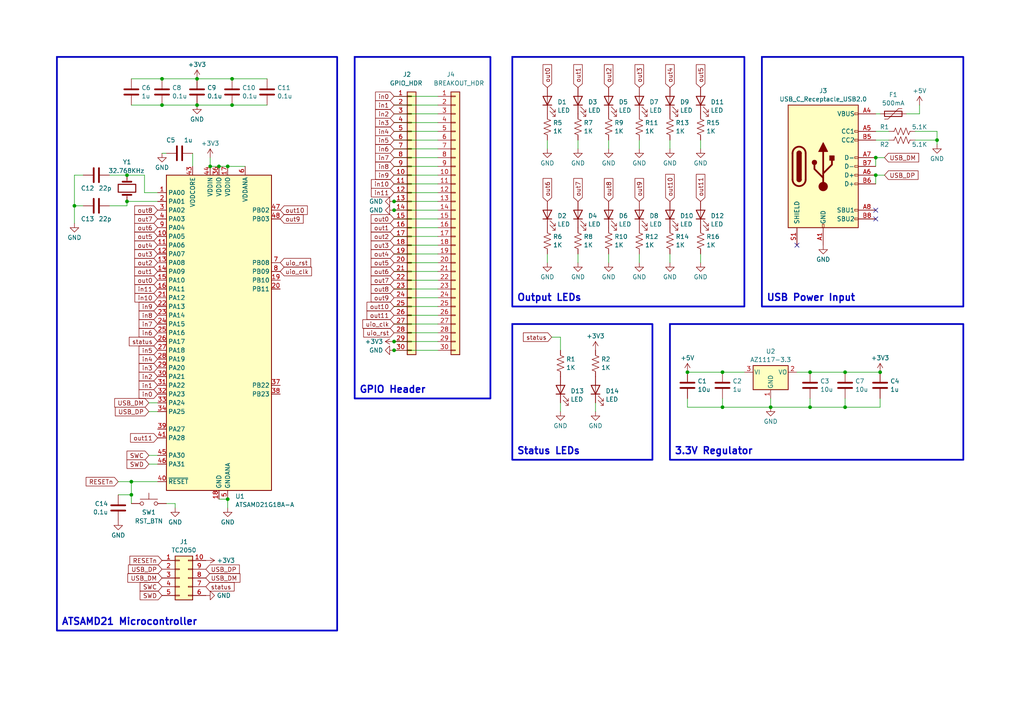
<source format=kicad_sch>
(kicad_sch (version 20230121) (generator eeschema)
  (paper "A4")
  (junction (at 209.55 118.11))
  (junction (at 57.15 30.48))
  (junction (at 255.27 107.95))
  (junction (at 36.83 58.42))
  (junction (at 114.3 101.6))
  (junction (at 223.52 118.11))
  (junction (at 38.1 143.51))
  (junction (at 46.99 30.48))
  (junction (at 67.31 30.48))
  (junction (at 66.04 144.78))
  (junction (at 199.39 107.95))
  (junction (at 209.55 107.95))
  (junction (at 36.83 50.8))
  (junction (at 234.95 107.95))
  (junction (at 66.04 48.26))
  (junction (at 114.3 60.96))
  (junction (at 46.99 22.86))
  (junction (at 57.15 22.86))
  (junction (at 63.5 48.26))
  (junction (at 38.1 139.7))
  (junction (at 271.78 40.64))
  (junction (at 254 50.8))
  (junction (at 254 45.72))
  (junction (at 114.3 99.06))
  (junction (at 67.31 22.86))
  (junction (at 234.95 118.11))
  (junction (at 60.96 48.26))
  (junction (at 114.3 58.42))
  (junction (at 245.11 107.95))
  (junction (at 245.11 118.11))
  (junction (at 21.59 59.69))
  (no_connect (at 254 63.5))
  (no_connect (at 231.14 71.12))
  (no_connect (at 254 60.96))
  (wire (pts (xy 114.3 35.56) (xy 127 35.56)))
  (wire (pts (xy 114.3 43.18) (xy 127 43.18)))
  (wire (pts (xy 158.75 73.66) (xy 158.75 76.2)))
  (wire (pts (xy 245.11 118.11) (xy 245.11 115.57)))
  (wire (pts (xy 36.83 59.69) (xy 31.75 59.69)))
  (wire (pts (xy 24.13 50.8) (xy 21.59 50.8)))
  (wire (pts (xy 46.99 30.48) (xy 57.15 30.48)))
  (wire (pts (xy 234.95 118.11) (xy 245.11 118.11)))
  (wire (pts (xy 271.78 38.1) (xy 271.78 40.64)))
  (wire (pts (xy 265.43 38.1) (xy 271.78 38.1)))
  (wire (pts (xy 199.39 118.11) (xy 209.55 118.11)))
  (wire (pts (xy 36.83 58.42) (xy 36.83 59.69)))
  (wire (pts (xy 203.2 73.66) (xy 203.2 76.2)))
  (wire (pts (xy 66.04 48.26) (xy 71.12 48.26)))
  (wire (pts (xy 43.18 134.62) (xy 45.72 134.62)))
  (wire (pts (xy 185.42 73.66) (xy 185.42 76.2)))
  (wire (pts (xy 234.95 115.57) (xy 234.95 118.11)))
  (wire (pts (xy 114.3 86.36) (xy 127 86.36)))
  (wire (pts (xy 199.39 115.57) (xy 199.39 118.11)))
  (wire (pts (xy 21.59 59.69) (xy 24.13 59.69)))
  (wire (pts (xy 45.72 55.88) (xy 41.91 55.88)))
  (wire (pts (xy 167.64 73.66) (xy 167.64 76.2)))
  (wire (pts (xy 245.11 118.11) (xy 255.27 118.11)))
  (wire (pts (xy 254 33.02) (xy 255.27 33.02)))
  (wire (pts (xy 114.3 60.96) (xy 127 60.96)))
  (wire (pts (xy 41.91 50.8) (xy 36.83 50.8)))
  (wire (pts (xy 114.3 78.74) (xy 127 78.74)))
  (wire (pts (xy 114.3 53.34) (xy 127 53.34)))
  (wire (pts (xy 34.29 139.7) (xy 38.1 139.7)))
  (wire (pts (xy 209.55 115.57) (xy 209.55 118.11)))
  (wire (pts (xy 50.8 146.05) (xy 50.8 147.32)))
  (wire (pts (xy 234.95 107.95) (xy 245.11 107.95)))
  (wire (pts (xy 60.96 48.26) (xy 63.5 48.26)))
  (wire (pts (xy 114.3 68.58) (xy 127 68.58)))
  (wire (pts (xy 114.3 45.72) (xy 127 45.72)))
  (wire (pts (xy 254 38.1) (xy 257.81 38.1)))
  (wire (pts (xy 209.55 118.11) (xy 223.52 118.11)))
  (wire (pts (xy 254 50.8) (xy 254 53.34)))
  (wire (pts (xy 66.04 144.78) (xy 66.04 147.32)))
  (wire (pts (xy 114.3 96.52) (xy 127 96.52)))
  (wire (pts (xy 114.3 30.48) (xy 127 30.48)))
  (wire (pts (xy 34.29 143.51) (xy 38.1 143.51)))
  (wire (pts (xy 199.39 107.95) (xy 209.55 107.95)))
  (wire (pts (xy 254 45.72) (xy 254 48.26)))
  (wire (pts (xy 48.26 146.05) (xy 50.8 146.05)))
  (wire (pts (xy 21.59 50.8) (xy 21.59 59.69)))
  (wire (pts (xy 114.3 88.9) (xy 127 88.9)))
  (wire (pts (xy 38.1 139.7) (xy 45.72 139.7)))
  (wire (pts (xy 63.5 48.26) (xy 66.04 48.26)))
  (wire (pts (xy 223.52 118.11) (xy 234.95 118.11)))
  (wire (pts (xy 209.55 107.95) (xy 215.9 107.95)))
  (wire (pts (xy 114.3 93.98) (xy 127 93.98)))
  (wire (pts (xy 38.1 143.51) (xy 38.1 146.05)))
  (wire (pts (xy 185.42 40.64) (xy 185.42 43.18)))
  (wire (pts (xy 46.99 44.45) (xy 48.26 44.45)))
  (wire (pts (xy 245.11 107.95) (xy 255.27 107.95)))
  (wire (pts (xy 60.96 45.72) (xy 60.96 48.26)))
  (wire (pts (xy 21.59 59.69) (xy 21.59 64.77)))
  (wire (pts (xy 114.3 99.06) (xy 127 99.06)))
  (wire (pts (xy 114.3 66.04) (xy 127 66.04)))
  (wire (pts (xy 38.1 22.86) (xy 46.99 22.86)))
  (wire (pts (xy 114.3 38.1) (xy 127 38.1)))
  (wire (pts (xy 114.3 40.64) (xy 127 40.64)))
  (wire (pts (xy 63.5 144.78) (xy 66.04 144.78)))
  (wire (pts (xy 114.3 73.66) (xy 127 73.66)))
  (wire (pts (xy 194.31 40.64) (xy 194.31 43.18)))
  (wire (pts (xy 114.3 101.6) (xy 127 101.6)))
  (wire (pts (xy 114.3 48.26) (xy 127 48.26)))
  (wire (pts (xy 114.3 27.94) (xy 127 27.94)))
  (wire (pts (xy 271.78 40.64) (xy 271.78 41.91)))
  (wire (pts (xy 254 45.72) (xy 256.54 45.72)))
  (wire (pts (xy 254 40.64) (xy 257.81 40.64)))
  (wire (pts (xy 114.3 63.5) (xy 127 63.5)))
  (wire (pts (xy 31.75 50.8) (xy 36.83 50.8)))
  (wire (pts (xy 172.72 116.84) (xy 172.72 119.38)))
  (wire (pts (xy 231.14 107.95) (xy 234.95 107.95)))
  (wire (pts (xy 255.27 118.11) (xy 255.27 115.57)))
  (wire (pts (xy 114.3 33.02) (xy 127 33.02)))
  (wire (pts (xy 114.3 83.82) (xy 127 83.82)))
  (wire (pts (xy 167.64 40.64) (xy 167.64 43.18)))
  (wire (pts (xy 114.3 50.8) (xy 127 50.8)))
  (wire (pts (xy 41.91 55.88) (xy 41.91 50.8)))
  (wire (pts (xy 114.3 55.88) (xy 127 55.88)))
  (wire (pts (xy 67.31 22.86) (xy 77.47 22.86)))
  (wire (pts (xy 38.1 139.7) (xy 38.1 143.51)))
  (wire (pts (xy 162.56 116.84) (xy 162.56 119.38)))
  (wire (pts (xy 262.89 33.02) (xy 266.7 33.02)))
  (wire (pts (xy 223.52 118.11) (xy 223.52 115.57)))
  (wire (pts (xy 265.43 40.64) (xy 271.78 40.64)))
  (wire (pts (xy 57.15 30.48) (xy 67.31 30.48)))
  (wire (pts (xy 114.3 71.12) (xy 127 71.12)))
  (wire (pts (xy 114.3 91.44) (xy 127 91.44)))
  (wire (pts (xy 176.53 73.66) (xy 176.53 76.2)))
  (wire (pts (xy 176.53 40.64) (xy 176.53 43.18)))
  (wire (pts (xy 36.83 58.42) (xy 45.72 58.42)))
  (wire (pts (xy 38.1 30.48) (xy 46.99 30.48)))
  (wire (pts (xy 55.88 44.45) (xy 55.88 48.26)))
  (wire (pts (xy 114.3 58.42) (xy 127 58.42)))
  (wire (pts (xy 43.18 132.08) (xy 45.72 132.08)))
  (wire (pts (xy 203.2 40.64) (xy 203.2 43.18)))
  (wire (pts (xy 158.75 40.64) (xy 158.75 43.18)))
  (wire (pts (xy 114.3 76.2) (xy 127 76.2)))
  (wire (pts (xy 43.18 119.38) (xy 45.72 119.38)))
  (wire (pts (xy 114.3 81.28) (xy 127 81.28)))
  (wire (pts (xy 43.18 116.84) (xy 45.72 116.84)))
  (wire (pts (xy 266.7 30.48) (xy 266.7 33.02)))
  (wire (pts (xy 254 50.8) (xy 256.54 50.8)))
  (wire (pts (xy 46.99 22.86) (xy 57.15 22.86)))
  (wire (pts (xy 194.31 73.66) (xy 194.31 76.2)))
  (wire (pts (xy 160.02 97.79) (xy 162.56 97.79)))
  (wire (pts (xy 57.15 22.86) (xy 67.31 22.86)))
  (wire (pts (xy 67.31 30.48) (xy 77.47 30.48)))
  (wire (pts (xy 162.56 97.79) (xy 162.56 101.6)))
  (rectangle (start 148.59 16.51) (end 215.9 88.9) (stroke (width 0.5)))
  (rectangle (start 102.87 16.51) (end 142.24 115.57) (stroke (width 0.5)))
  (rectangle (start 16.51 16.51) (end 97.79 182.88) (stroke (width 0.5)))
  (rectangle (start 148.59 93.98) (end 189.23 133.35) (stroke (width 0.5)))
  (rectangle (start 220.98 16.51) (end 279.4 88.9) (stroke (width 0.5)))
  (rectangle (start 194.31 93.98) (end 279.4 133.35) (stroke (width 0.5)))
  (text "ATSAMD21 Microcontroller" (at 17.78 181.61 0) (effects (font (size 2 2) (thickness 0.4) bold) (justify left bottom)))
  (text "3.3V Regulator" (at 195.58 132.08 0) (effects (font (size 2 2) (thickness 0.4) bold) (justify left bottom)))
  (text "GPIO Header" (at 104.14 114.3 0) (effects (font (size 2 2) (thickness 0.4) bold) (justify left bottom)))
  (text "Status LEDs" (at 149.86 132.08 0) (effects (font (size 2 2) (thickness 0.4) bold) (justify left bottom)))
  (text "Output LEDs" (at 149.86 87.63 0) (effects (font (size 2 2) (thickness 0.4) bold) (justify left bottom)))
  (text "USB Power Input" (at 222.25 87.63 0) (effects (font (size 2 2) (thickness 0.4) bold) (justify left bottom)))
  (global_label "in4" (shape input) (at 114.3 38.1 180) (property "Intersheetrefs" "${INTERSHEET_REFS}" (effects hide)))
  (global_label "out1" (shape input) (at 167.64 25.4 90) (property "Intersheetrefs" "${INTERSHEET_REFS}" (effects hide)))
  (global_label "out7" (shape input) (at 167.64 58.42 90) (property "Intersheetrefs" "${INTERSHEET_REFS}" (effects hide)))
  (global_label "in2" (shape input) (at 45.72 109.22 180) (property "Intersheetrefs" "${INTERSHEET_REFS}" (effects hide)))
  (global_label "in11" (shape input) (at 114.3 55.88 180) (property "Intersheetrefs" "${INTERSHEET_REFS}" (effects hide)))
  (global_label "uio_clk" (shape input) (at 81.28 78.74 0) (property "Intersheetrefs" "${INTERSHEET_REFS}" (effects hide)))
  (global_label "SWD" (shape input) (at 46.99 172.72 180) (property "Intersheetrefs" "${INTERSHEET_REFS}" (effects hide)))
  (global_label "in5" (shape input) (at 114.3 40.64 180) (property "Intersheetrefs" "${INTERSHEET_REFS}" (effects hide)))
  (global_label "out11" (shape input) (at 203.2 58.42 90) (property "Intersheetrefs" "${INTERSHEET_REFS}" (effects hide)))
  (global_label "out1" (shape input) (at 114.3 66.04 180) (property "Intersheetrefs" "${INTERSHEET_REFS}" (effects hide)))
  (global_label "status" (shape input) (at 45.72 99.06 180) (property "Intersheetrefs" "${INTERSHEET_REFS}" (effects hide)))
  (global_label "out3" (shape input) (at 185.42 25.4 90) (property "Intersheetrefs" "${INTERSHEET_REFS}" (effects hide)))
  (global_label "in7" (shape input) (at 114.3 45.72 180) (property "Intersheetrefs" "${INTERSHEET_REFS}" (effects hide)))
  (global_label "RESETn" (shape input) (at 34.29 139.7 180) (property "Intersheetrefs" "${INTERSHEET_REFS}" (effects hide)))
  (global_label "in4" (shape input) (at 45.72 104.14 180) (property "Intersheetrefs" "${INTERSHEET_REFS}" (effects hide)))
  (global_label "out11" (shape input) (at 45.72 127 180) (property "Intersheetrefs" "${INTERSHEET_REFS}" (effects hide)))
  (global_label "in6" (shape input) (at 114.3 43.18 180) (property "Intersheetrefs" "${INTERSHEET_REFS}" (effects hide)))
  (global_label "SWC" (shape input) (at 46.99 170.18 180) (property "Intersheetrefs" "${INTERSHEET_REFS}" (effects hide)))
  (global_label "out10" (shape input) (at 114.3 88.9 180) (property "Intersheetrefs" "${INTERSHEET_REFS}" (effects hide)))
  (global_label "out7" (shape input) (at 45.72 63.5 180) (property "Intersheetrefs" "${INTERSHEET_REFS}" (effects hide)))
  (global_label "in7" (shape input) (at 45.72 93.98 180) (property "Intersheetrefs" "${INTERSHEET_REFS}" (effects hide)))
  (global_label "out1" (shape input) (at 45.72 78.74 180) (property "Intersheetrefs" "${INTERSHEET_REFS}" (effects hide)))
  (global_label "status" (shape input) (at 160.02 97.79 180) (property "Intersheetrefs" "${INTERSHEET_REFS}" (effects hide)))
  (global_label "out5" (shape input) (at 114.3 76.2 180) (property "Intersheetrefs" "${INTERSHEET_REFS}" (effects hide)))
  (global_label "in3" (shape input) (at 45.72 106.68 180) (property "Intersheetrefs" "${INTERSHEET_REFS}" (effects hide)))
  (global_label "out10" (shape input) (at 81.28 60.96 0) (property "Intersheetrefs" "${INTERSHEET_REFS}" (effects hide)))
  (global_label "out8" (shape input) (at 176.53 58.42 90) (property "Intersheetrefs" "${INTERSHEET_REFS}" (effects hide)))
  (global_label "in0" (shape input) (at 45.72 114.3 180) (property "Intersheetrefs" "${INTERSHEET_REFS}" (effects hide)))
  (global_label "USB_DM" (shape input) (at 46.99 167.64 180) (property "Intersheetrefs" "${INTERSHEET_REFS}" (effects hide)))
  (global_label "out2" (shape input) (at 114.3 68.58 180) (property "Intersheetrefs" "${INTERSHEET_REFS}" (effects hide)))
  (global_label "in8" (shape input) (at 45.72 91.44 180) (property "Intersheetrefs" "${INTERSHEET_REFS}" (effects hide)))
  (global_label "in10" (shape input) (at 114.3 53.34 180) (property "Intersheetrefs" "${INTERSHEET_REFS}" (effects hide)))
  (global_label "in1" (shape input) (at 45.72 111.76 180) (property "Intersheetrefs" "${INTERSHEET_REFS}" (effects hide)))
  (global_label "SWC" (shape input) (at 43.18 132.08 180) (property "Intersheetrefs" "${INTERSHEET_REFS}" (effects hide)))
  (global_label "out7" (shape input) (at 114.3 81.28 180) (property "Intersheetrefs" "${INTERSHEET_REFS}" (effects hide)))
  (global_label "USB_DM" (shape input) (at 43.18 116.84 180) (property "Intersheetrefs" "${INTERSHEET_REFS}" (effects hide)))
  (global_label "in0" (shape input) (at 114.3 27.94 180) (property "Intersheetrefs" "${INTERSHEET_REFS}" (effects hide)))
  (global_label "out2" (shape input) (at 45.72 76.2 180) (property "Intersheetrefs" "${INTERSHEET_REFS}" (effects hide)))
  (global_label "USB_DP" (shape input) (at 46.99 165.1 180) (property "Intersheetrefs" "${INTERSHEET_REFS}" (effects hide)))
  (global_label "out10" (shape input) (at 194.31 58.42 90) (property "Intersheetrefs" "${INTERSHEET_REFS}" (effects hide)))
  (global_label "uio_rst" (shape input) (at 114.3 96.52 180) (property "Intersheetrefs" "${INTERSHEET_REFS}" (effects hide)))
  (global_label "out8" (shape input) (at 45.72 60.96 180) (property "Intersheetrefs" "${INTERSHEET_REFS}" (effects hide)))
  (global_label "status" (shape input) (at 59.69 170.18 0) (property "Intersheetrefs" "${INTERSHEET_REFS}" (effects hide)))
  (global_label "out9" (shape input) (at 185.42 58.42 90) (property "Intersheetrefs" "${INTERSHEET_REFS}" (effects hide)))
  (global_label "in6" (shape input) (at 45.72 96.52 180) (property "Intersheetrefs" "${INTERSHEET_REFS}" (effects hide)))
  (global_label "out9" (shape input) (at 114.3 86.36 180) (property "Intersheetrefs" "${INTERSHEET_REFS}" (effects hide)))
  (global_label "in3" (shape input) (at 114.3 35.56 180) (property "Intersheetrefs" "${INTERSHEET_REFS}" (effects hide)))
  (global_label "out0" (shape input) (at 45.72 81.28 180) (property "Intersheetrefs" "${INTERSHEET_REFS}" (effects hide)))
  (global_label "out6" (shape input) (at 114.3 78.74 180) (property "Intersheetrefs" "${INTERSHEET_REFS}" (effects hide)))
  (global_label "out5" (shape input) (at 45.72 68.58 180) (property "Intersheetrefs" "${INTERSHEET_REFS}" (effects hide)))
  (global_label "out5" (shape input) (at 203.2 25.4 90) (property "Intersheetrefs" "${INTERSHEET_REFS}" (effects hide)))
  (global_label "out11" (shape input) (at 114.3 91.44 180) (property "Intersheetrefs" "${INTERSHEET_REFS}" (effects hide)))
  (global_label "USB_DM" (shape input) (at 256.54 45.72 0) (property "Intersheetrefs" "${INTERSHEET_REFS}" (effects hide)))
  (global_label "out4" (shape input) (at 114.3 73.66 180) (property "Intersheetrefs" "${INTERSHEET_REFS}" (effects hide)))
  (global_label "out8" (shape input) (at 114.3 83.82 180) (property "Intersheetrefs" "${INTERSHEET_REFS}" (effects hide)))
  (global_label "in11" (shape input) (at 45.72 83.82 180) (property "Intersheetrefs" "${INTERSHEET_REFS}" (effects hide)))
  (global_label "out3" (shape input) (at 114.3 71.12 180) (property "Intersheetrefs" "${INTERSHEET_REFS}" (effects hide)))
  (global_label "USB_DP" (shape input) (at 59.69 165.1 0) (property "Intersheetrefs" "${INTERSHEET_REFS}" (effects hide)))
  (global_label "out3" (shape input) (at 45.72 73.66 180) (property "Intersheetrefs" "${INTERSHEET_REFS}" (effects hide)))
  (global_label "uio_rst" (shape input) (at 81.28 76.2 0) (property "Intersheetrefs" "${INTERSHEET_REFS}" (effects hide)))
  (global_label "USB_DP" (shape input) (at 256.54 50.8 0) (property "Intersheetrefs" "${INTERSHEET_REFS}" (effects hide)))
  (global_label "uio_clk" (shape input) (at 114.3 93.98 180) (property "Intersheetrefs" "${INTERSHEET_REFS}" (effects hide)))
  (global_label "in8" (shape input) (at 114.3 48.26 180) (property "Intersheetrefs" "${INTERSHEET_REFS}" (effects hide)))
  (global_label "out4" (shape input) (at 194.31 25.4 90) (property "Intersheetrefs" "${INTERSHEET_REFS}" (effects hide)))
  (global_label "out0" (shape input) (at 158.75 25.4 90) (property "Intersheetrefs" "${INTERSHEET_REFS}" (effects hide)))
  (global_label "USB_DM" (shape input) (at 59.69 167.64 0) (property "Intersheetrefs" "${INTERSHEET_REFS}" (effects hide)))
  (global_label "SWD" (shape input) (at 43.18 134.62 180) (property "Intersheetrefs" "${INTERSHEET_REFS}" (effects hide)))
  (global_label "out9" (shape input) (at 81.28 63.5 0) (property "Intersheetrefs" "${INTERSHEET_REFS}" (effects hide)))
  (global_label "out4" (shape input) (at 45.72 71.12 180) (property "Intersheetrefs" "${INTERSHEET_REFS}" (effects hide)))
  (global_label "out2" (shape input) (at 176.53 25.4 90) (property "Intersheetrefs" "${INTERSHEET_REFS}" (effects hide)))
  (global_label "out6" (shape input) (at 45.72 66.04 180) (property "Intersheetrefs" "${INTERSHEET_REFS}" (effects hide)))
  (global_label "in9" (shape input) (at 114.3 50.8 180) (property "Intersheetrefs" "${INTERSHEET_REFS}" (effects hide)))
  (global_label "in5" (shape input) (at 45.72 101.6 180) (property "Intersheetrefs" "${INTERSHEET_REFS}" (effects hide)))
  (global_label "in1" (shape input) (at 114.3 30.48 180) (property "Intersheetrefs" "${INTERSHEET_REFS}" (effects hide)))
  (global_label "in10" (shape input) (at 45.72 86.36 180) (property "Intersheetrefs" "${INTERSHEET_REFS}" (effects hide)))
  (global_label "out6" (shape input) (at 158.75 58.42 90) (property "Intersheetrefs" "${INTERSHEET_REFS}" (effects hide)))
  (global_label "in9" (shape input) (at 45.72 88.9 180) (property "Intersheetrefs" "${INTERSHEET_REFS}" (effects hide)))
  (global_label "USB_DP" (shape input) (at 43.18 119.38 180) (property "Intersheetrefs" "${INTERSHEET_REFS}" (effects hide)))
  (global_label "RESETn" (shape input) (at 46.99 162.56 180) (property "Intersheetrefs" "${INTERSHEET_REFS}" (effects hide)))
  (global_label "out0" (shape input) (at 114.3 63.5 180) (property "Intersheetrefs" "${INTERSHEET_REFS}" (effects hide)))
  (global_label "in2" (shape input) (at 114.3 33.02 180) (property "Intersheetrefs" "${INTERSHEET_REFS}" (effects hide)))
  (symbol (lib_id "power:GND") (at 21.59 64.77 0) (mirror y) (unit 1)
    (property "Reference" "#PWR031" (effects hide))
    (property "Value" "GND" (at 21.59 68.9031 0))
    (instances (project "debugger_board_v1" (path "" (reference "#PWR031") (unit 1))) (project "breakout_board_v3" (path "" (reference "#PWR034") (unit 1)) (path "" (reference "#PWR038") (unit 1))) (project "manual_gpio_board" (path "" (reference "#PWR035") (unit 1))) (project "mpw3-common" (path "" (reference "#PWR09") (unit 1))))
  )
  (symbol (lib_id "power:+3V3") (at 172.72 101.6 0) (unit 1)
    (property "Reference" "#PWR03" (effects hide))
    (property "Value" "+3V3" (at 172.72 97.4669 0))
    (instances (project "debugger_board_v1" (path "" (reference "#PWR03") (unit 1))) (project "breakout_board_v3" (path "" (reference "#PWR057") (unit 1))))
  )
  (symbol (lib_id "Device:C") (at 234.95 111.76 0) (unit 1)
    (property "Reference" "C3" (at 237.871 110.5479 0) (effects (justify left)))
    (property "Value" "10u" (at 237.871 112.9721 0) (effects (justify left)))
    (property "Footprint" "Capacitor_SMD:C_0603_1608Metric" (effects hide))
    (property "LCSC" "C19702" (effects hide))
    (instances (project "debugger_board_v1" (path "" (reference "C3") (unit 1))) (project "breakout_board_v3" (path "" (reference "C22") (unit 1))) (project "manual_gpio_board" (path "" (reference "C3") (unit 1))))
  )
  (symbol (lib_id "Device:R_US") (at 162.56 105.41 0) (unit 1)
    (property "Reference" "R1" (at 164.211 104.1979 0) (effects (justify left)))
    (property "Value" "1K" (at 164.211 106.6221 0) (effects (justify left)))
    (property "Footprint" "Resistor_SMD:R_0805_2012Metric" (effects hide))
    (property "LCSC" "C17513" (effects hide))
    (instances (project "debugger_board_v1" (path "" (reference "R1") (unit 1))) (project "breakout_board_v3" (path "" (reference "R19") (unit 1))) (project "manual_gpio_board" (path "" (reference "R7") (unit 1))))
  )
  (symbol (lib_id "Device:C") (at 209.55 111.76 0) (unit 1)
    (property "Reference" "C2" (at 212.471 110.5479 0) (effects (justify left)))
    (property "Value" "1u" (at 212.471 112.9721 0) (effects (justify left)))
    (property "Footprint" "Capacitor_SMD:C_0603_1608Metric" (effects hide))
    (property "LCSC" "C15849" (effects hide))
    (instances (project "debugger_board_v1" (path "" (reference "C2") (unit 1))) (project "breakout_board_v3" (path "" (reference "C21") (unit 1))) (project "manual_gpio_board" (path "" (reference "C1") (unit 1))))
  )
  (symbol (lib_id "Device:R_US") (at 203.2 69.85 0) (unit 1)
    (property "Reference" "R16" (at 204.851 68.6379 0) (effects (justify left)))
    (property "Value" "1K" (at 204.851 71.0621 0) (effects (justify left)))
    (property "Footprint" "Resistor_SMD:R_0805_2012Metric" (effects hide))
    (property "LCSC" "C17513" (effects hide))
    (instances (project "debugger_board_v1" (path "" (reference "R16") (unit 1))) (project "breakout_board_v3" (path "" (reference "R30") (unit 1))) (project "manual_gpio_board" (path "" (reference "R12") (unit 1))))
  )
  (symbol (lib_id "Device:LED") (at 194.31 29.21 90) (unit 1)
    (property "Reference" "D9" (at 197.231 29.5854 90) (effects (justify right)))
    (property "Value" "LED" (at 197.231 32.0096 90) (effects (justify right)))
    (property "Footprint" "LED_SMD:LED_0805_2012Metric" (effects hide))
    (property "LCSC" "C98221" (effects hide))
    (instances (project "debugger_board_v1" (path "" (reference "D9") (unit 1))) (project "breakout_board_v3" (path "" (reference "D13") (unit 1))) (project "manual_gpio_board" (path "" (reference "D5") (unit 1))))
  )
  (symbol (lib_id "Regulator_Linear:AZ1117-3.3") (at 223.52 107.95 0) (unit 1)
    (property "Reference" "U2" (at 223.52 101.9007 0))
    (property "Value" "AZ1117-3.3" (at 223.52 104.3249 0))
    (property "Footprint" "Package_TO_SOT_SMD:SOT-223-3_TabPin2" (effects hide))
    (property "Datasheet" "https://www.diodes.com/assets/Datasheets/AZ1117.pdf" (effects hide))
    (property "LCSC" "C92102" (effects hide))
    (instances (project "debugger_board_v1" (path "" (reference "U2") (unit 1))) (project "breakout_board_v3" (path "" (reference "U5") (unit 1))) (project "manual_gpio_board" (path "" (reference "U1") (unit 1))))
  )
  (symbol (lib_id "power:GND") (at 238.76 71.12 0) (unit 1)
    (property "Reference" "#PWR07" (effects hide))
    (property "Value" "GND" (at 238.76 75.2531 0))
    (instances (project "vga-breakout" (path "" (reference "#PWR07") (unit 1))) (project "debugger_board_v1" (path "" (reference "#PWR09") (unit 1))) (project "breakout_board_v3" (path "" (reference "#PWR069") (unit 1))) (project "manual_gpio_board" (path "" (reference "#PWR041") (unit 1))) (project "uart-breakout" (path "" (reference "#PWR040") (unit 1))))
  )
  (symbol (lib_id "power:+3V3") (at 57.15 22.86 0) (unit 1)
    (property "Reference" "#PWR030" (effects hide))
    (property "Value" "+3V3" (at 57.15 18.7269 0))
    (instances (project "debugger_board_v1" (path "" (reference "#PWR030") (unit 1))) (project "breakout_board_v3" (path "" (reference "#PWR042") (unit 1))))
  )
  (symbol (lib_id "Device:C") (at 46.99 26.67 0) (unit 1)
    (property "Reference" "C8" (at 49.911 25.4579 0) (effects (justify left)))
    (property "Value" "0.1u" (at 49.911 27.8821 0) (effects (justify left)))
    (property "Footprint" "Capacitor_SMD:C_0603_1608Metric" (effects hide))
    (property "LCSC" "C14663" (effects hide))
    (instances (project "debugger_board_v1" (path "" (reference "C8") (unit 1))) (project "breakout_board_v3" (path "" (reference "C11") (unit 1))) (project "manual_gpio_board" (path "" (reference "C4") (unit 1))))
  )
  (symbol (lib_id "Device:LED") (at 162.56 113.03 90) (unit 1)
    (property "Reference" "D13" (at 165.481 113.4054 90) (effects (justify right)))
    (property "Value" "LED" (at 165.481 115.8296 90) (effects (justify right)))
    (property "Footprint" "LED_SMD:LED_0805_2012Metric" (effects hide))
    (property "LCSC" "C98221" (effects hide))
    (instances (project "debugger_board_v1" (path "" (reference "D13") (unit 1))) (project "breakout_board_v3" (path "" (reference "D5") (unit 1))) (project "manual_gpio_board" (path "" (reference "D7") (unit 1))))
  )
  (symbol (lib_id "Connector_Generic:Conn_01x30") (at 132.08 63.5 0) (unit 1)
    (property "Reference" "J4" (at 129.54 21.59 0) (effects (justify left)))
    (property "Value" "BREAKOUT_HDR" (at 125.73 24.13 0) (effects (justify left)))
    (property "Footprint" "Connector_PinHeader_2.54mm:PinHeader_1x30_P2.54mm_Vertical" (effects hide))
    (instances (project "debugger_board_v1" (path "" (reference "J4") (unit 1))) (project "breakout_board_v3" (path "" (reference "J3") (unit 1)) (path "" (reference "J6") (unit 1))) (project "manual_gpio_board" (path "" (reference "J1") (unit 1))))
  )
  (symbol (lib_id "power:+5V") (at 199.39 107.95 0) (unit 1)
    (property "Reference" "#PWR08" (effects hide))
    (property "Value" "+5V" (at 199.39 103.8169 0))
    (instances (project "vga-breakout" (path "" (reference "#PWR08") (unit 1))) (project "debugger_board_v1" (path "" (reference "#PWR012") (unit 1))) (project "breakout_board_v3" (path "" (reference "#PWR065") (unit 1))) (project "manual_gpio_board" (path "" (reference "#PWR046") (unit 1))) (project "uart-breakout" (path "" (reference "#PWR041") (unit 1))) (project "mpw3-common" (path "" (reference "#PWR031") (unit 1)) (path "" (reference "#PWR047") (unit 1))))
  )
  (symbol (lib_id "power:GND") (at 194.31 76.2 0) (mirror y) (unit 1)
    (property "Reference" "#PWR024" (effects hide))
    (property "Value" "GND" (at 194.31 80.3331 0))
    (instances (project "debugger_board_v1" (path "" (reference "#PWR024") (unit 1))) (project "breakout_board_v3" (path "" (reference "#PWR034") (unit 1)) (path "" (reference "#PWR064") (unit 1))) (project "manual_gpio_board" (path "" (reference "#PWR039") (unit 1))) (project "mpw3-common" (path "" (reference "#PWR09") (unit 1))))
  )
  (symbol (lib_id "Device:LED") (at 185.42 29.21 90) (unit 1)
    (property "Reference" "D7" (at 188.341 29.5854 90) (effects (justify right)))
    (property "Value" "LED" (at 188.341 32.0096 90) (effects (justify right)))
    (property "Footprint" "LED_SMD:LED_0805_2012Metric" (effects hide))
    (property "LCSC" "C98221" (effects hide))
    (instances (project "debugger_board_v1" (path "" (reference "D7") (unit 1))) (project "breakout_board_v3" (path "" (reference "D11") (unit 1))) (project "manual_gpio_board" (path "" (reference "D4") (unit 1))))
  )
  (symbol (lib_id "Device:C") (at 199.39 111.76 0) (unit 1)
    (property "Reference" "C1" (at 202.311 110.5479 0) (effects (justify left)))
    (property "Value" "10u" (at 202.311 112.9721 0) (effects (justify left)))
    (property "Footprint" "Capacitor_SMD:C_0603_1608Metric" (effects hide))
    (property "LCSC" "C19702" (effects hide))
    (instances (project "debugger_board_v1" (path "" (reference "C1") (unit 1))) (project "breakout_board_v3" (path "" (reference "C20") (unit 1))) (project "manual_gpio_board" (path "" (reference "C2") (unit 1))))
  )
  (symbol (lib_id "power:GND") (at 185.42 76.2 0) (mirror y) (unit 1)
    (property "Reference" "#PWR022" (effects hide))
    (property "Value" "GND" (at 185.42 80.3331 0))
    (instances (project "debugger_board_v1" (path "" (reference "#PWR022") (unit 1))) (project "breakout_board_v3" (path "" (reference "#PWR034") (unit 1)) (path "" (reference "#PWR062") (unit 1))) (project "manual_gpio_board" (path "" (reference "#PWR038") (unit 1))) (project "mpw3-common" (path "" (reference "#PWR09") (unit 1))))
  )
  (symbol (lib_id "Device:R_US") (at 194.31 69.85 0) (unit 1)
    (property "Reference" "R14" (at 195.961 68.6379 0) (effects (justify left)))
    (property "Value" "1K" (at 195.961 71.0621 0) (effects (justify left)))
    (property "Footprint" "Resistor_SMD:R_0805_2012Metric" (effects hide))
    (property "LCSC" "C17513" (effects hide))
    (instances (project "debugger_board_v1" (path "" (reference "R14") (unit 1))) (project "breakout_board_v3" (path "" (reference "R28") (unit 1))) (project "manual_gpio_board" (path "" (reference "R11") (unit 1))))
  )
  (symbol (lib_id "Device:R_US") (at 158.75 36.83 0) (unit 1)
    (property "Reference" "R5" (at 160.401 35.6179 0) (effects (justify left)))
    (property "Value" "1K" (at 160.401 38.0421 0) (effects (justify left)))
    (property "Footprint" "Resistor_SMD:R_0805_2012Metric" (effects hide))
    (property "LCSC" "C17513" (effects hide))
    (instances (project "debugger_board_v1" (path "" (reference "R5") (unit 1))) (project "breakout_board_v3" (path "" (reference "R9") (unit 1))) (project "manual_gpio_board" (path "" (reference "R1") (unit 1))))
  )
  (symbol (lib_id "power:GND") (at 114.3 101.6 270) (unit 1)
    (property "Reference" "#PWR07" (effects hide))
    (property "Value" "GND" (at 111.1251 101.6 90) (effects (justify right)))
    (instances (project "debugger_board_v1" (path "" (reference "#PWR07") (unit 1))) (project "breakout_board_v3" (path "" (reference "#PWR037") (unit 1)) (path "" (reference "#PWR051") (unit 1))) (project "manual_gpio_board" (path "" (reference "#PWR04") (unit 1))) (project "mpw3-common" (path "" (reference "#PWR09") (unit 1))))
  )
  (symbol (lib_id "Device:LED") (at 176.53 29.21 90) (unit 1)
    (property "Reference" "D5" (at 179.451 29.5854 90) (effects (justify right)))
    (property "Value" "LED" (at 179.451 32.0096 90) (effects (justify right)))
    (property "Footprint" "LED_SMD:LED_0805_2012Metric" (effects hide))
    (property "LCSC" "C98221" (effects hide))
    (instances (project "debugger_board_v1" (path "" (reference "D5") (unit 1))) (project "breakout_board_v3" (path "" (reference "D9") (unit 1))) (project "manual_gpio_board" (path "" (reference "D3") (unit 1))))
  )
  (symbol (lib_id "power:+3V3") (at 255.27 107.95 0) (unit 1)
    (property "Reference" "#PWR014" (effects hide))
    (property "Value" "+3V3" (at 255.27 103.8169 0))
    (instances (project "debugger_board_v1" (path "" (reference "#PWR014") (unit 1))) (project "breakout_board_v3" (path "" (reference "#PWR070") (unit 1))) (project "manual_gpio_board" (path "" (reference "#PWR045") (unit 1))))
  )
  (symbol (lib_id "Connector_Generic:Conn_01x30") (at 119.38 63.5 0) (unit 1)
    (property "Reference" "J2" (at 116.84 21.59 0) (effects (justify left)))
    (property "Value" "GPIO_HDR" (at 113.03 24.13 0) (effects (justify left)))
    (property "Footprint" "Connector_PinHeader_2.54mm:PinHeader_1x30_P2.54mm_Vertical" (effects hide))
    (instances (project "debugger_board_v1" (path "" (reference "J2") (unit 1))) (project "breakout_board_v3" (path "" (reference "J3") (unit 1)) (path "" (reference "J5") (unit 1))) (project "manual_gpio_board" (path "" (reference "J1") (unit 1))))
  )
  (symbol (lib_id "Device:C") (at 34.29 147.32 0) (mirror y) (unit 1)
    (property "Reference" "C14" (at 31.369 146.1079 0) (effects (justify left)))
    (property "Value" "0.1u" (at 31.369 148.5321 0) (effects (justify left)))
    (property "Footprint" "Capacitor_SMD:C_0603_1608Metric" (effects hide))
    (property "LCSC" "C14663" (effects hide))
    (instances (project "debugger_board_v1" (path "" (reference "C14") (unit 1))) (project "breakout_board_v3" (path "" (reference "C9") (unit 1))) (project "manual_gpio_board" (path "" (reference "C4") (unit 1))))
  )
  (symbol (lib_id "power:GND") (at 271.78 41.91 0) (unit 1)
    (property "Reference" "#PWR09" (effects hide))
    (property "Value" "GND" (at 271.78 46.0431 0))
    (instances (project "vga-breakout" (path "" (reference "#PWR09") (unit 1))) (project "debugger_board_v1" (path "" (reference "#PWR011") (unit 1))) (project "breakout_board_v3" (path "" (reference "#PWR072") (unit 1))) (project "manual_gpio_board" (path "" (reference "#PWR043") (unit 1))) (project "uart-breakout" (path "" (reference "#PWR043") (unit 1))))
  )
  (symbol (lib_id "power:GND") (at 223.52 118.11 0) (unit 1)
    (property "Reference" "#PWR07" (effects hide))
    (property "Value" "GND" (at 223.52 122.2431 0))
    (instances (project "vga-breakout" (path "" (reference "#PWR07") (unit 1))) (project "debugger_board_v1" (path "" (reference "#PWR013") (unit 1))) (project "breakout_board_v3" (path "" (reference "#PWR068") (unit 1))) (project "manual_gpio_board" (path "" (reference "#PWR044") (unit 1))) (project "uart-breakout" (path "" (reference "#PWR040") (unit 1))))
  )
  (symbol (lib_id "Device:C") (at 67.31 26.67 0) (unit 1)
    (property "Reference" "C10" (at 70.231 25.4579 0) (effects (justify left)))
    (property "Value" "0.1u" (at 70.231 27.8821 0) (effects (justify left)))
    (property "Footprint" "Capacitor_SMD:C_0603_1608Metric" (effects hide))
    (property "LCSC" "C14663" (effects hide))
    (instances (project "debugger_board_v1" (path "" (reference "C10") (unit 1))) (project "breakout_board_v3" (path "" (reference "C18") (unit 1))) (project "manual_gpio_board" (path "" (reference "C4") (unit 1))))
  )
  (symbol (lib_id "Device:C") (at 77.47 26.67 0) (unit 1)
    (property "Reference" "C11" (at 80.391 25.4579 0) (effects (justify left)))
    (property "Value" "0.1u" (at 80.391 27.8821 0) (effects (justify left)))
    (property "Footprint" "Capacitor_SMD:C_0603_1608Metric" (effects hide))
    (property "LCSC" "C14663" (effects hide))
    (instances (project "debugger_board_v1" (path "" (reference "C11") (unit 1))) (project "breakout_board_v3" (path "" (reference "C19") (unit 1))) (project "manual_gpio_board" (path "" (reference "C4") (unit 1))))
  )
  (symbol (lib_id "power:GND") (at 66.04 147.32 0) (mirror y) (unit 1)
    (property "Reference" "#PWR08" (effects hide))
    (property "Value" "GND" (at 66.04 151.4531 0))
    (instances (project "debugger_board_v1" (path "" (reference "#PWR08") (unit 1))) (project "breakout_board_v3" (path "" (reference "#PWR034") (unit 1)) (path "" (reference "#PWR047") (unit 1))) (project "manual_gpio_board" (path "" (reference "#PWR035") (unit 1))) (project "mpw3-common" (path "" (reference "#PWR09") (unit 1))))
  )
  (symbol (lib_id "power:+5V") (at 266.7 30.48 0) (unit 1)
    (property "Reference" "#PWR08" (effects hide))
    (property "Value" "+5V" (at 266.7 26.3469 0))
    (instances (project "vga-breakout" (path "" (reference "#PWR08") (unit 1))) (project "debugger_board_v1" (path "" (reference "#PWR010") (unit 1))) (project "breakout_board_v3" (path "" (reference "#PWR071") (unit 1))) (project "manual_gpio_board" (path "" (reference "#PWR042") (unit 1))) (project "uart-breakout" (path "" (reference "#PWR041") (unit 1))) (project "mpw3-common" (path "" (reference "#PWR031") (unit 1)) (path "" (reference "#PWR047") (unit 1))))
  )
  (symbol (lib_id "Device:C") (at 27.94 50.8 90) (mirror x) (unit 1)
    (property "Reference" "C12" (at 25.4 54.61 90))
    (property "Value" "22p" (at 30.48 54.61 90))
    (property "Footprint" "Capacitor_SMD:C_0603_1608Metric" (effects hide))
    (property "LCSC" "C1653" (effects hide))
    (instances (project "debugger_board_v1" (path "" (reference "C12") (unit 1))) (project "breakout_board_v3" (path "" (reference "C6") (unit 1))))
  )
  (symbol (lib_id "power:GND") (at 167.64 43.18 0) (mirror y) (unit 1)
    (property "Reference" "#PWR017" (effects hide))
    (property "Value" "GND" (at 167.64 47.3131 0))
    (instances (project "debugger_board_v1" (path "" (reference "#PWR017") (unit 1))) (project "breakout_board_v3" (path "" (reference "#PWR034") (unit 1)) (path "" (reference "#PWR055") (unit 1))) (project "manual_gpio_board" (path "" (reference "#PWR030") (unit 1))) (project "mpw3-common" (path "" (reference "#PWR09") (unit 1))))
  )
  (symbol (lib_id "Device:Polyfuse") (at 259.08 33.02 270) (unit 1)
    (property "Reference" "F1" (at 259.08 27.4787 90))
    (property "Value" "500mA" (at 259.08 29.9029 90))
    (property "Footprint" "Fuse:Fuse_1206_3216Metric_Pad1.42x1.75mm_HandSolder" (effects hide))
    (instances (project "vga-breakout" (path "" (reference "F1") (unit 1))) (project "debugger_board_v1" (path "" (reference "F2") (unit 1))) (project "breakout_board_v3" (path "" (reference "F1") (unit 1))) (project "manual_gpio_board" (path "" (reference "F1") (unit 1))) (project "uart-breakout" (path "" (reference "F1") (unit 1))))
  )
  (symbol (lib_id "power:GND") (at 46.99 44.45 0) (mirror y) (unit 1)
    (property "Reference" "#PWR027" (effects hide))
    (property "Value" "GND" (at 46.99 48.5831 0))
    (instances (project "debugger_board_v1" (path "" (reference "#PWR027") (unit 1))) (project "breakout_board_v3" (path "" (reference "#PWR034") (unit 1)) (path "" (reference "#PWR040") (unit 1))) (project "manual_gpio_board" (path "" (reference "#PWR035") (unit 1))) (project "mpw3-common" (path "" (reference "#PWR09") (unit 1))))
  )
  (symbol (lib_id "power:GND") (at 203.2 43.18 0) (mirror y) (unit 1)
    (property "Reference" "#PWR025" (effects hide))
    (property "Value" "GND" (at 203.2 47.3131 0))
    (instances (project "debugger_board_v1" (path "" (reference "#PWR025") (unit 1))) (project "breakout_board_v3" (path "" (reference "#PWR034") (unit 1)) (path "" (reference "#PWR066") (unit 1))) (project "manual_gpio_board" (path "" (reference "#PWR034") (unit 1))) (project "mpw3-common" (path "" (reference "#PWR09") (unit 1))))
  )
  (symbol (lib_id "power:GND") (at 50.8 147.32 0) (mirror y) (unit 1)
    (property "Reference" "#PWR034" (effects hide))
    (property "Value" "GND" (at 50.8 151.4531 0))
    (instances (project "debugger_board_v1" (path "" (reference "#PWR034") (unit 1))) (project "breakout_board_v3" (path "" (reference "#PWR034") (unit 1)) (path "" (reference "#PWR041") (unit 1))) (project "manual_gpio_board" (path "" (reference "#PWR035") (unit 1))) (project "mpw3-common" (path "" (reference "#PWR09") (unit 1))))
  )
  (symbol (lib_id "power:+3V3") (at 60.96 45.72 0) (unit 1)
    (property "Reference" "#PWR029" (effects hide))
    (property "Value" "+3V3" (at 60.96 41.5869 0))
    (instances (project "debugger_board_v1" (path "" (reference "#PWR029") (unit 1))) (project "breakout_board_v3" (path "" (reference "#PWR046") (unit 1))))
  )
  (symbol (lib_id "Device:Crystal") (at 36.83 54.61 270) (unit 1)
    (property "Reference" "Y1" (at 38.1 46.99 90) (effects (justify right)))
    (property "Value" "32.768KHz" (at 41.91 49.53 90) (effects (justify right)))
    (property "Footprint" "Crystal:Crystal_SMD_HC49-SD" (effects hide))
    (property "LCSC" "C2838414" (effects hide))
  )
  (symbol (lib_id "Device:R_US") (at 167.64 69.85 0) (unit 1)
    (property "Reference" "R8" (at 169.291 68.6379 0) (effects (justify left)))
    (property "Value" "1K" (at 169.291 71.0621 0) (effects (justify left)))
    (property "Footprint" "Resistor_SMD:R_0805_2012Metric" (effects hide))
    (property "LCSC" "C17513" (effects hide))
    (instances (project "debugger_board_v1" (path "" (reference "R8") (unit 1))) (project "breakout_board_v3" (path "" (reference "R21") (unit 1))) (project "manual_gpio_board" (path "" (reference "R8") (unit 1))))
  )
  (symbol (lib_id "power:GND") (at 158.75 43.18 0) (mirror y) (unit 1)
    (property "Reference" "#PWR015" (effects hide))
    (property "Value" "GND" (at 158.75 47.3131 0))
    (instances (project "debugger_board_v1" (path "" (reference "#PWR015") (unit 1))) (project "breakout_board_v3" (path "" (reference "#PWR034") (unit 1)) (path "" (reference "#PWR052") (unit 1))) (project "manual_gpio_board" (path "" (reference "#PWR029") (unit 1))) (project "mpw3-common" (path "" (reference "#PWR09") (unit 1))))
  )
  (symbol (lib_id "Device:R_US") (at 167.64 36.83 0) (unit 1)
    (property "Reference" "R7" (at 169.291 35.6179 0) (effects (justify left)))
    (property "Value" "1K" (at 169.291 38.0421 0) (effects (justify left)))
    (property "Footprint" "Resistor_SMD:R_0805_2012Metric" (effects hide))
    (property "LCSC" "C17513" (effects hide))
    (instances (project "debugger_board_v1" (path "" (reference "R7") (unit 1))) (project "breakout_board_v3" (path "" (reference "R20") (unit 1))) (project "manual_gpio_board" (path "" (reference "R2") (unit 1))))
  )
  (symbol (lib_id "Device:C") (at 52.07 44.45 90) (unit 1)
    (property "Reference" "C5" (at 49.53 40.64 90))
    (property "Value" "1u" (at 54.61 40.64 90))
    (property "Footprint" "Capacitor_SMD:C_0603_1608Metric" (effects hide))
    (property "LCSC" "C15849" (effects hide))
    (instances (project "debugger_board_v1" (path "" (reference "C5") (unit 1))) (project "breakout_board_v3" (path "" (reference "C14") (unit 1))))
  )
  (symbol (lib_id "Device:LED") (at 194.31 62.23 90) (unit 1)
    (property "Reference" "D10" (at 197.231 62.6054 90) (effects (justify right)))
    (property "Value" "LED" (at 197.231 65.0296 90) (effects (justify right)))
    (property "Footprint" "LED_SMD:LED_0805_2012Metric" (effects hide))
    (property "LCSC" "C98221" (effects hide))
    (instances (project "debugger_board_v1" (path "" (reference "D10") (unit 1))) (project "breakout_board_v3" (path "" (reference "D14") (unit 1))) (project "manual_gpio_board" (path "" (reference "D11") (unit 1))))
  )
  (symbol (lib_id "power:GND") (at 57.15 30.48 0) (mirror y) (unit 1)
    (property "Reference" "#PWR028" (effects hide))
    (property "Value" "GND" (at 57.15 34.6131 0))
    (instances (project "debugger_board_v1" (path "" (reference "#PWR028") (unit 1))) (project "breakout_board_v3" (path "" (reference "#PWR034") (unit 1)) (path "" (reference "#PWR043") (unit 1))) (project "manual_gpio_board" (path "" (reference "#PWR035") (unit 1))) (project "mpw3-common" (path "" (reference "#PWR09") (unit 1))))
  )
  (symbol (lib_id "power:GND") (at 158.75 76.2 0) (mirror y) (unit 1)
    (property "Reference" "#PWR016" (effects hide))
    (property "Value" "GND" (at 158.75 80.3331 0))
    (instances (project "debugger_board_v1" (path "" (reference "#PWR016") (unit 1))) (project "breakout_board_v3" (path "" (reference "#PWR034") (unit 1)) (path "" (reference "#PWR053") (unit 1))) (project "manual_gpio_board" (path "" (reference "#PWR035") (unit 1))) (project "mpw3-common" (path "" (reference "#PWR09") (unit 1))))
  )
  (symbol (lib_id "Device:LED") (at 172.72 113.03 90) (unit 1)
    (property "Reference" "D14" (at 175.641 113.4054 90) (effects (justify right)))
    (property "Value" "LED" (at 175.641 115.8296 90) (effects (justify right)))
    (property "Footprint" "LED_SMD:LED_0805_2012Metric" (effects hide))
    (property "LCSC" "C98221" (effects hide))
    (instances (project "debugger_board_v1" (path "" (reference "D14") (unit 1))) (project "breakout_board_v3" (path "" (reference "D8") (unit 1))) (project "manual_gpio_board" (path "" (reference "D7") (unit 1))))
  )
  (symbol (lib_id "Device:LED") (at 158.75 62.23 90) (unit 1)
    (property "Reference" "D2" (at 161.671 62.6054 90) (effects (justify right)))
    (property "Value" "LED" (at 161.671 65.0296 90) (effects (justify right)))
    (property "Footprint" "LED_SMD:LED_0805_2012Metric" (effects hide))
    (property "LCSC" "C98221" (effects hide))
    (instances (project "debugger_board_v1" (path "" (reference "D2") (unit 1))) (project "breakout_board_v3" (path "" (reference "D4") (unit 1))) (project "manual_gpio_board" (path "" (reference "D7") (unit 1))))
  )
  (symbol (lib_id "Device:R_US") (at 203.2 36.83 0) (unit 1)
    (property "Reference" "R15" (at 204.851 35.6179 0) (effects (justify left)))
    (property "Value" "1K" (at 204.851 38.0421 0) (effects (justify left)))
    (property "Footprint" "Resistor_SMD:R_0805_2012Metric" (effects hide))
    (property "LCSC" "C17513" (effects hide))
    (instances (project "debugger_board_v1" (path "" (reference "R15") (unit 1))) (project "breakout_board_v3" (path "" (reference "R29") (unit 1))) (project "manual_gpio_board" (path "" (reference "R6") (unit 1))))
  )
  (symbol (lib_id "power:GND") (at 203.2 76.2 0) (mirror y) (unit 1)
    (property "Reference" "#PWR026" (effects hide))
    (property "Value" "GND" (at 203.2 80.3331 0))
    (instances (project "debugger_board_v1" (path "" (reference "#PWR026") (unit 1))) (project "breakout_board_v3" (path "" (reference "#PWR034") (unit 1)) (path "" (reference "#PWR067") (unit 1))) (project "manual_gpio_board" (path "" (reference "#PWR040") (unit 1))) (project "mpw3-common" (path "" (reference "#PWR09") (unit 1))))
  )
  (symbol (lib_id "Device:C") (at 255.27 111.76 0) (unit 1)
    (property "Reference" "C4" (at 258.191 110.5479 0) (effects (justify left)))
    (property "Value" "1u" (at 258.191 112.9721 0) (effects (justify left)))
    (property "Footprint" "Capacitor_SMD:C_0603_1608Metric" (effects hide))
    (property "LCSC" "C15849" (effects hide))
    (instances (project "debugger_board_v1" (path "" (reference "C4") (unit 1))) (project "breakout_board_v3" (path "" (reference "C24") (unit 1))) (project "manual_gpio_board" (path "" (reference "C4") (unit 1))))
  )
  (symbol (lib_id "Device:R_US") (at 194.31 36.83 0) (unit 1)
    (property "Reference" "R13" (at 195.961 35.6179 0) (effects (justify left)))
    (property "Value" "1K" (at 195.961 38.0421 0) (effects (justify left)))
    (property "Footprint" "Resistor_SMD:R_0805_2012Metric" (effects hide))
    (property "LCSC" "C17513" (effects hide))
    (instances (project "debugger_board_v1" (path "" (reference "R13") (unit 1))) (project "breakout_board_v3" (path "" (reference "R27") (unit 1))) (project "manual_gpio_board" (path "" (reference "R5") (unit 1))))
  )
  (symbol (lib_id "power:GND") (at 172.72 119.38 0) (mirror y) (unit 1)
    (property "Reference" "#PWR02" (effects hide))
    (property "Value" "GND" (at 172.72 123.5131 0))
    (instances (project "debugger_board_v1" (path "" (reference "#PWR02") (unit 1))) (project "breakout_board_v3" (path "" (reference "#PWR034") (unit 1)) (path "" (reference "#PWR058") (unit 1))) (project "manual_gpio_board" (path "" (reference "#PWR035") (unit 1))) (project "mpw3-common" (path "" (reference "#PWR09") (unit 1))))
  )
  (symbol (lib_id "Device:R_US") (at 176.53 69.85 0) (unit 1)
    (property "Reference" "R10" (at 178.181 68.6379 0) (effects (justify left)))
    (property "Value" "1K" (at 178.181 71.0621 0) (effects (justify left)))
    (property "Footprint" "Resistor_SMD:R_0805_2012Metric" (effects hide))
    (property "LCSC" "C17513" (effects hide))
    (instances (project "debugger_board_v1" (path "" (reference "R10") (unit 1))) (project "breakout_board_v3" (path "" (reference "R24") (unit 1))) (project "manual_gpio_board" (path "" (reference "R9") (unit 1))))
  )
  (symbol (lib_id "power:GND") (at 34.29 151.13 0) (mirror y) (unit 1)
    (property "Reference" "#PWR035" (effects hide))
    (property "Value" "GND" (at 34.29 155.2631 0))
    (instances (project "debugger_board_v1" (path "" (reference "#PWR035") (unit 1))) (project "breakout_board_v3" (path "" (reference "#PWR034") (unit 1)) (path "" (reference "#PWR039") (unit 1))) (project "manual_gpio_board" (path "" (reference "#PWR035") (unit 1))) (project "mpw3-common" (path "" (reference "#PWR09") (unit 1))))
  )
  (symbol (lib_id "Device:R_US") (at 185.42 69.85 0) (unit 1)
    (property "Reference" "R12" (at 187.071 68.6379 0) (effects (justify left)))
    (property "Value" "1K" (at 187.071 71.0621 0) (effects (justify left)))
    (property "Footprint" "Resistor_SMD:R_0805_2012Metric" (effects hide))
    (property "LCSC" "C17513" (effects hide))
    (instances (project "debugger_board_v1" (path "" (reference "R12") (unit 1))) (project "breakout_board_v3" (path "" (reference "R26") (unit 1))) (project "manual_gpio_board" (path "" (reference "R10") (unit 1))))
  )
  (symbol (lib_id "Device:C") (at 27.94 59.69 90) (mirror x) (unit 1)
    (property "Reference" "C13" (at 25.4 63.5 90))
    (property "Value" "22p" (at 30.48 63.5 90))
    (property "Footprint" "Capacitor_SMD:C_0603_1608Metric" (effects hide))
    (property "LCSC" "C1653" (effects hide))
    (instances (project "debugger_board_v1" (path "" (reference "C13") (unit 1))) (project "breakout_board_v3" (path "" (reference "C8") (unit 1))))
  )
  (symbol (lib_id "Device:R_US") (at 172.72 105.41 0) (unit 1)
    (property "Reference" "R2" (at 174.371 104.1979 0) (effects (justify left)))
    (property "Value" "1K" (at 174.371 106.6221 0) (effects (justify left)))
    (property "Footprint" "Resistor_SMD:R_0805_2012Metric" (effects hide))
    (property "LCSC" "C17513" (effects hide))
    (instances (project "debugger_board_v1" (path "" (reference "R2") (unit 1))) (project "breakout_board_v3" (path "" (reference "R22") (unit 1))) (project "manual_gpio_board" (path "" (reference "R7") (unit 1))))
  )
  (symbol (lib_id "Device:R_US") (at 185.42 36.83 0) (unit 1)
    (property "Reference" "R11" (at 187.071 35.6179 0) (effects (justify left)))
    (property "Value" "1K" (at 187.071 38.0421 0) (effects (justify left)))
    (property "Footprint" "Resistor_SMD:R_0805_2012Metric" (effects hide))
    (property "LCSC" "C17513" (effects hide))
    (instances (project "debugger_board_v1" (path "" (reference "R11") (unit 1))) (project "breakout_board_v3" (path "" (reference "R25") (unit 1))) (project "manual_gpio_board" (path "" (reference "R4") (unit 1))))
  )
  (symbol (lib_id "Device:LED") (at 167.64 62.23 90) (unit 1)
    (property "Reference" "D4" (at 170.561 62.6054 90) (effects (justify right)))
    (property "Value" "LED" (at 170.561 65.0296 90) (effects (justify right)))
    (property "Footprint" "LED_SMD:LED_0805_2012Metric" (effects hide))
    (property "LCSC" "C98221" (effects hide))
    (instances (project "debugger_board_v1" (path "" (reference "D4") (unit 1))) (project "breakout_board_v3" (path "" (reference "D7") (unit 1))) (project "manual_gpio_board" (path "" (reference "D8") (unit 1))))
  )
  (symbol (lib_id "Device:LED") (at 203.2 62.23 90) (unit 1)
    (property "Reference" "D12" (at 206.121 62.6054 90) (effects (justify right)))
    (property "Value" "LED" (at 206.121 65.0296 90) (effects (justify right)))
    (property "Footprint" "LED_SMD:LED_0805_2012Metric" (effects hide))
    (property "LCSC" "C98221" (effects hide))
    (instances (project "debugger_board_v1" (path "" (reference "D12") (unit 1))) (project "breakout_board_v3" (path "" (reference "D16") (unit 1))) (project "manual_gpio_board" (path "" (reference "D12") (unit 1))))
  )
  (symbol (lib_id "power:GND") (at 59.69 172.72 90) (unit 1)
    (property "Reference" "#PWR033" (effects hide))
    (property "Value" "GND" (at 62.865 172.72 90) (effects (justify right)))
    (instances (project "debugger_board_v1" (path "" (reference "#PWR033") (unit 1))) (project "breakout_board_v3" (path "" (reference "#PWR045") (unit 1))))
  )
  (symbol (lib_id "Device:R_US") (at 261.62 38.1 270) (unit 1)
    (property "Reference" "R1" (at 256.54 36.83 90))
    (property "Value" "5.1K" (at 266.7 36.83 90))
    (property "Footprint" "Resistor_SMD:R_0805_2012Metric" (effects hide))
    (property "LCSC" "C17513" (effects hide))
    (instances (project "vga-breakout" (path "" (reference "R1") (unit 1))) (project "debugger_board_v1" (path "" (reference "R3") (unit 1))) (project "breakout_board_v3" (path "" (reference "R31") (unit 1))) (project "manual_gpio_board" (path "" (reference "R13") (unit 1))) (project "uart-breakout" (path "" (reference "R21") (unit 1))))
  )
  (symbol (lib_id "Switch:SW_Push") (at 43.18 146.05 0) (mirror y) (unit 1)
    (property "Reference" "SW1" (at 43.18 148.59 0))
    (property "Value" "RST_BTN" (at 43.18 151.13 0))
    (property "Footprint" "Button_Switch_SMD:SW_Push_1P1T_NO_6x6mm_H9.5mm" (effects hide))
    (property "LCSC" "C294566" (effects hide))
    (instances (project "debugger_board_v1" (path "" (reference "SW1") (unit 1))) (project "breakout_board_v3" (path "" (reference "SW2") (unit 1))))
  )
  (symbol (lib_id "Device:C") (at 245.11 111.76 0) (unit 1)
    (property "Reference" "C7" (at 248.031 110.5479 0) (effects (justify left)))
    (property "Value" "10u" (at 248.031 112.9721 0) (effects (justify left)))
    (property "Footprint" "Capacitor_SMD:C_0603_1608Metric" (effects hide))
    (property "LCSC" "C19702" (effects hide))
    (instances (project "debugger_board_v1" (path "" (reference "C7") (unit 1))) (project "breakout_board_v3" (path "" (reference "C23") (unit 1))) (project "manual_gpio_board" (path "" (reference "C3") (unit 1))))
  )
  (symbol (lib_id "Device:LED") (at 203.2 29.21 90) (unit 1)
    (property "Reference" "D11" (at 206.121 29.5854 90) (effects (justify right)))
    (property "Value" "LED" (at 206.121 32.0096 90) (effects (justify right)))
    (property "Footprint" "LED_SMD:LED_0805_2012Metric" (effects hide))
    (property "LCSC" "C98221" (effects hide))
    (instances (project "debugger_board_v1" (path "" (reference "D11") (unit 1))) (project "breakout_board_v3" (path "" (reference "D15") (unit 1))) (project "manual_gpio_board" (path "" (reference "D6") (unit 1))))
  )
  (symbol (lib_id "power:GND") (at 162.56 119.38 0) (mirror y) (unit 1)
    (property "Reference" "#PWR01" (effects hide))
    (property "Value" "GND" (at 162.56 123.5131 0))
    (instances (project "debugger_board_v1" (path "" (reference "#PWR01") (unit 1))) (project "breakout_board_v3" (path "" (reference "#PWR034") (unit 1)) (path "" (reference "#PWR054") (unit 1))) (project "manual_gpio_board" (path "" (reference "#PWR035") (unit 1))) (project "mpw3-common" (path "" (reference "#PWR09") (unit 1))))
  )
  (symbol (lib_id "power:GND") (at 114.3 58.42 270) (unit 1)
    (property "Reference" "#PWR04" (effects hide))
    (property "Value" "GND" (at 111.1251 58.42 90) (effects (justify right)))
    (instances (project "debugger_board_v1" (path "" (reference "#PWR04") (unit 1))) (project "breakout_board_v3" (path "" (reference "#PWR034") (unit 1)) (path "" (reference "#PWR048") (unit 1))) (project "manual_gpio_board" (path "" (reference "#PWR01") (unit 1))) (project "mpw3-common" (path "" (reference "#PWR09") (unit 1))))
  )
  (symbol (lib_id "power:+3V3") (at 59.69 162.56 270) (unit 1)
    (property "Reference" "#PWR032" (effects hide))
    (property "Value" "+3V3" (at 62.865 162.56 90) (effects (justify left)))
    (instances (project "debugger_board_v1" (path "" (reference "#PWR032") (unit 1))) (project "breakout_board_v3" (path "" (reference "#PWR044") (unit 1))))
  )
  (symbol (lib_id "MCU_Microchip_SAMD:ATSAMD21G18A-A") (at 63.5 96.52 0) (unit 1)
    (property "Reference" "U1" (at 68.2341 143.9601 0) (effects (justify left)))
    (property "Value" "ATSAMD21G18A-A" (at 68.2341 146.3843 0) (effects (justify left)))
    (property "Footprint" "Package_QFP:TQFP-48_7x7mm_P0.5mm" (effects hide))
    (property "Datasheet" "http://ww1.microchip.com/downloads/en/DeviceDoc/SAM_D21_DA1_Family_Data%20Sheet_DS40001882E.pdf" (effects hide))
    (property "LCSC" "C78624" (effects hide))
    (instances (project "debugger_board_v1" (path "" (reference "U1") (unit 1))) (project "breakout_board_v3" (path "" (reference "U4") (unit 1))))
  )
  (symbol (lib_id "Device:LED") (at 176.53 62.23 90) (unit 1)
    (property "Reference" "D6" (at 179.451 62.6054 90) (effects (justify right)))
    (property "Value" "LED" (at 179.451 65.0296 90) (effects (justify right)))
    (property "Footprint" "LED_SMD:LED_0805_2012Metric" (effects hide))
    (property "LCSC" "C98221" (effects hide))
    (instances (project "debugger_board_v1" (path "" (reference "D6") (unit 1))) (project "breakout_board_v3" (path "" (reference "D10") (unit 1))) (project "manual_gpio_board" (path "" (reference "D9") (unit 1))))
  )
  (symbol (lib_id "power:GND") (at 176.53 43.18 0) (mirror y) (unit 1)
    (property "Reference" "#PWR019" (effects hide))
    (property "Value" "GND" (at 176.53 47.3131 0))
    (instances (project "debugger_board_v1" (path "" (reference "#PWR019") (unit 1))) (project "breakout_board_v3" (path "" (reference "#PWR034") (unit 1)) (path "" (reference "#PWR059") (unit 1))) (project "manual_gpio_board" (path "" (reference "#PWR031") (unit 1))) (project "mpw3-common" (path "" (reference "#PWR09") (unit 1))))
  )
  (symbol (lib_id "power:GND") (at 176.53 76.2 0) (mirror y) (unit 1)
    (property "Reference" "#PWR020" (effects hide))
    (property "Value" "GND" (at 176.53 80.3331 0))
    (instances (project "debugger_board_v1" (path "" (reference "#PWR020") (unit 1))) (project "breakout_board_v3" (path "" (reference "#PWR034") (unit 1)) (path "" (reference "#PWR060") (unit 1))) (project "manual_gpio_board" (path "" (reference "#PWR037") (unit 1))) (project "mpw3-common" (path "" (reference "#PWR09") (unit 1))))
  )
  (symbol (lib_id "power:GND") (at 185.42 43.18 0) (mirror y) (unit 1)
    (property "Reference" "#PWR021" (effects hide))
    (property "Value" "GND" (at 185.42 47.3131 0))
    (instances (project "debugger_board_v1" (path "" (reference "#PWR021") (unit 1))) (project "breakout_board_v3" (path "" (reference "#PWR034") (unit 1)) (path "" (reference "#PWR061") (unit 1))) (project "manual_gpio_board" (path "" (reference "#PWR032") (unit 1))) (project "mpw3-common" (path "" (reference "#PWR09") (unit 1))))
  )
  (symbol (lib_id "Device:R_US") (at 261.62 40.64 270) (unit 1)
    (property "Reference" "R2" (at 256.54 41.91 90))
    (property "Value" "5.1K" (at 266.7 41.91 90))
    (property "Footprint" "Resistor_SMD:R_0805_2012Metric" (effects hide))
    (property "LCSC" "C17513" (effects hide))
    (instances (project "vga-breakout" (path "" (reference "R2") (unit 1))) (project "debugger_board_v1" (path "" (reference "R4") (unit 1))) (project "breakout_board_v3" (path "" (reference "R32") (unit 1))) (project "manual_gpio_board" (path "" (reference "R14") (unit 1))) (project "uart-breakout" (path "" (reference "R20") (unit 1))))
  )
  (symbol (lib_id "Device:LED") (at 185.42 62.23 90) (unit 1)
    (property "Reference" "D8" (at 188.341 62.6054 90) (effects (justify right)))
    (property "Value" "LED" (at 188.341 65.0296 90) (effects (justify right)))
    (property "Footprint" "LED_SMD:LED_0805_2012Metric" (effects hide))
    (property "LCSC" "C98221" (effects hide))
    (instances (project "debugger_board_v1" (path "" (reference "D8") (unit 1))) (project "breakout_board_v3" (path "" (reference "D12") (unit 1))) (project "manual_gpio_board" (path "" (reference "D10") (unit 1))))
  )
  (symbol (lib_id "Device:R_US") (at 158.75 69.85 0) (unit 1)
    (property "Reference" "R6" (at 160.401 68.6379 0) (effects (justify left)))
    (property "Value" "1K" (at 160.401 71.0621 0) (effects (justify left)))
    (property "Footprint" "Resistor_SMD:R_0805_2012Metric" (effects hide))
    (property "LCSC" "C17513" (effects hide))
    (instances (project "debugger_board_v1" (path "" (reference "R6") (unit 1))) (project "breakout_board_v3" (path "" (reference "R18") (unit 1))) (project "manual_gpio_board" (path "" (reference "R7") (unit 1))))
  )
  (symbol (lib_id "Device:C") (at 38.1 26.67 0) (unit 1)
    (property "Reference" "C6" (at 41.021 25.4579 0) (effects (justify left)))
    (property "Value" "1u" (at 41.021 27.8821 0) (effects (justify left)))
    (property "Footprint" "Capacitor_SMD:C_0603_1608Metric" (effects hide))
    (property "LCSC" "C15849" (effects hide))
    (instances (project "debugger_board_v1" (path "" (reference "C6") (unit 1))) (project "breakout_board_v3" (path "" (reference "C10") (unit 1))) (project "manual_gpio_board" (path "" (reference "C1") (unit 1))))
  )
  (symbol (lib_id "Device:LED") (at 158.75 29.21 90) (unit 1)
    (property "Reference" "D1" (at 161.671 29.5854 90) (effects (justify right)))
    (property "Value" "LED" (at 161.671 32.0096 90) (effects (justify right)))
    (property "Footprint" "LED_SMD:LED_0805_2012Metric" (effects hide))
    (property "LCSC" "C98221" (effects hide))
    (instances (project "debugger_board_v1" (path "" (reference "D1") (unit 1))) (project "breakout_board_v3" (path "" (reference "D3") (unit 1))) (project "manual_gpio_board" (path "" (reference "D1") (unit 1))))
  )
  (symbol (lib_id "power:GND") (at 167.64 76.2 0) (mirror y) (unit 1)
    (property "Reference" "#PWR018" (effects hide))
    (property "Value" "GND" (at 167.64 80.3331 0))
    (instances (project "debugger_board_v1" (path "" (reference "#PWR018") (unit 1))) (project "breakout_board_v3" (path "" (reference "#PWR034") (unit 1)) (path "" (reference "#PWR056") (unit 1))) (project "manual_gpio_board" (path "" (reference "#PWR036") (unit 1))) (project "mpw3-common" (path "" (reference "#PWR09") (unit 1))))
  )
  (symbol (lib_id "Connector:USB_C_Receptacle_USB2.0") (at 238.76 48.26 0) (unit 1)
    (property "Reference" "J3" (at 238.76 26.3357 0))
    (property "Value" "USB_C_Receptacle_USB2.0" (at 238.76 28.7599 0))
    (property "Footprint" "Connector_USB:USB_C_Receptacle_HRO_TYPE-C-31-M-12" (effects hide))
    (property "Datasheet" "https://www.usb.org/sites/default/files/documents/usb_type-c.zip" (effects hide))
    (property "LCSC" "C165948" (effects hide))
    (instances (project "vga-breakout" (path "" (reference "J3") (unit 1))) (project "debugger_board_v1" (path "" (reference "J3") (unit 1))) (project "breakout_board_v3" (path "" (reference "J7") (unit 1))) (project "manual_gpio_board" (path "" (reference "J2") (unit 1))) (project "uart-breakout" (path "" (reference "J3") (unit 1))))
  )
  (symbol (lib_id "power:GND") (at 194.31 43.18 0) (mirror y) (unit 1)
    (property "Reference" "#PWR023" (effects hide))
    (property "Value" "GND" (at 194.31 47.3131 0))
    (instances (project "debugger_board_v1" (path "" (reference "#PWR023") (unit 1))) (project "breakout_board_v3" (path "" (reference "#PWR034") (unit 1)) (path "" (reference "#PWR063") (unit 1))) (project "manual_gpio_board" (path "" (reference "#PWR033") (unit 1))) (project "mpw3-common" (path "" (reference "#PWR09") (unit 1))))
  )
  (symbol (lib_id "power:GND") (at 114.3 60.96 270) (unit 1)
    (property "Reference" "#PWR05" (effects hide))
    (property "Value" "GND" (at 111.1251 60.96 90) (effects (justify right)))
    (instances (project "debugger_board_v1" (path "" (reference "#PWR05") (unit 1))) (project "breakout_board_v3" (path "" (reference "#PWR036") (unit 1)) (path "" (reference "#PWR049") (unit 1))) (project "manual_gpio_board" (path "" (reference "#PWR02") (unit 1))) (project "mpw3-common" (path "" (reference "#PWR09") (unit 1))))
  )
  (symbol (lib_id "Device:C") (at 57.15 26.67 0) (unit 1)
    (property "Reference" "C9" (at 60.071 25.4579 0) (effects (justify left)))
    (property "Value" "0.1u" (at 60.071 27.8821 0) (effects (justify left)))
    (property "Footprint" "Capacitor_SMD:C_0603_1608Metric" (effects hide))
    (property "LCSC" "C14663" (effects hide))
    (instances (project "debugger_board_v1" (path "" (reference "C9") (unit 1))) (project "breakout_board_v3" (path "" (reference "C15") (unit 1))) (project "manual_gpio_board" (path "" (reference "C4") (unit 1))))
  )
  (symbol (lib_id "Connector_Generic:Conn_02x05_Counter_Clockwise") (at 52.07 167.64 0) (unit 1)
    (property "Reference" "J1" (at 53.34 157.1457 0))
    (property "Value" "TC2050" (at 53.34 159.5699 0))
    (property "Footprint" "Connector:Tag-Connect_TC2050-IDC-FP_2x05_P1.27mm_Vertical" (effects hide))
    (instances (project "debugger_board_v1" (path "" (reference "J1") (unit 1))) (project "breakout_board_v3" (path "" (reference "J4") (unit 1))))
  )
  (symbol (lib_id "power:+3V3") (at 114.3 99.06 90) (unit 1)
    (property "Reference" "#PWR06" (effects hide))
    (property "Value" "+3V3" (at 111.125 99.06 90) (effects (justify left)))
    (instances (project "debugger_board_v1" (path "" (reference "#PWR06") (unit 1))) (project "breakout_board_v3" (path "" (reference "#PWR033") (unit 1)) (path "" (reference "#PWR050") (unit 1))) (project "manual_gpio_board" (path "" (reference "#PWR03") (unit 1))) (project "mpw3-common" (path "" (reference "#PWR010") (unit 1))))
  )
  (symbol (lib_id "Device:R_US") (at 176.53 36.83 0) (unit 1)
    (property "Reference" "R9" (at 178.181 35.6179 0) (effects (justify left)))
    (property "Value" "1K" (at 178.181 38.0421 0) (effects (justify left)))
    (property "Footprint" "Resistor_SMD:R_0805_2012Metric" (effects hide))
    (property "LCSC" "C17513" (effects hide))
    (instances (project "debugger_board_v1" (path "" (reference "R9") (unit 1))) (project "breakout_board_v3" (path "" (reference "R23") (unit 1))) (project "manual_gpio_board" (path "" (reference "R3") (unit 1))))
  )
  (symbol (lib_id "Device:LED") (at 167.64 29.21 90) (unit 1)
    (property "Reference" "D3" (at 170.561 29.5854 90) (effects (justify right)))
    (property "Value" "LED" (at 170.561 32.0096 90) (effects (justify right)))
    (property "Footprint" "LED_SMD:LED_0805_2012Metric" (effects hide))
    (property "LCSC" "C98221" (effects hide))
    (instances (project "debugger_board_v1" (path "" (reference "D3") (unit 1))) (project "breakout_board_v3" (path "" (reference "D6") (unit 1))) (project "manual_gpio_board" (path "" (reference "D2") (unit 1))))
  )
)
</source>
